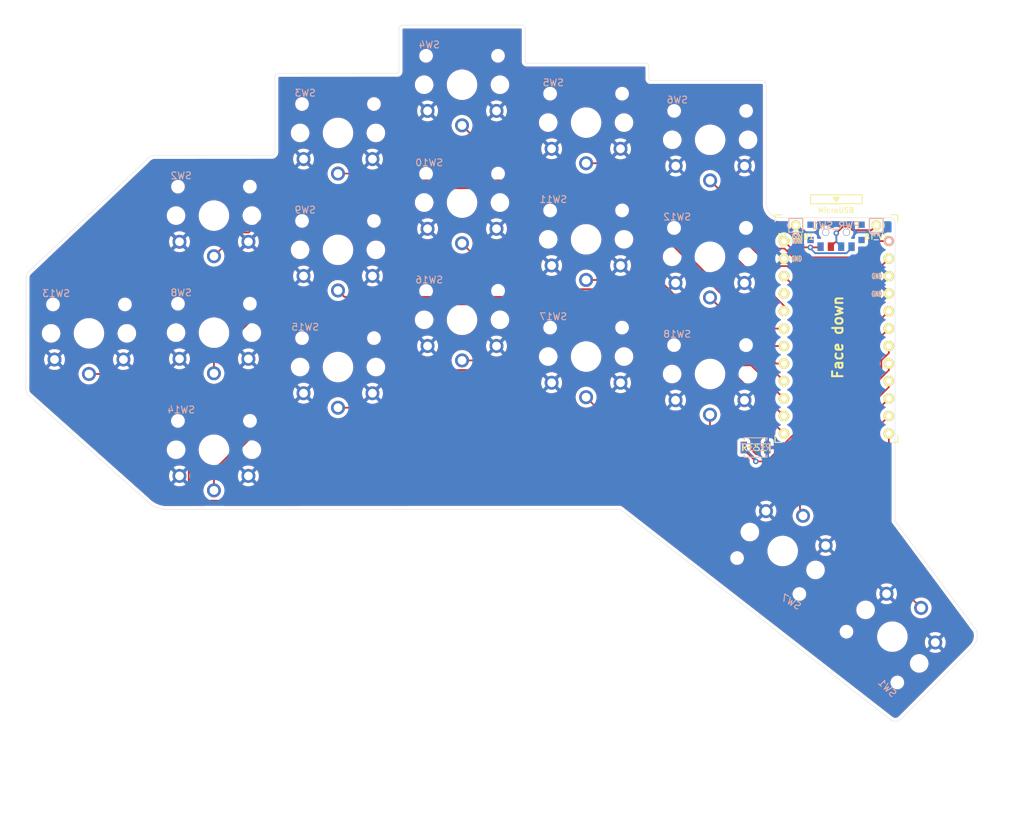
<source format=kicad_pcb>
(kicad_pcb (version 20211014) (generator pcbnew)
  (layers (0 "F.Cu" signal) (31 "B.Cu" signal) (34 "B.Paste" user) (35 "F.Paste" user) (36 "B.SilkS" user "B.Silkscreen") (37 "F.SilkS" user "F.Silkscreen") (38 "B.Mask" user) (39 "F.Mask" user) (44 "Edge.Cuts" user))
  (net 0 "")
  (net 1 "Net-(BT_V1-Pad1)")
  (net 2 "Net-(RSW1-Pad1)")
  (net 3 "GND")
  (net 4 "switch1")
  (net 5 "switch6")
  (net 6 "switch11")
  (net 7 "switch16")
  (net 8 "switch2")
  (net 9 "switch7")
  (net 10 "switch12")
  (net 11 "switch17")
  (net 12 "switch3")
  (net 13 "switch8")
  (net 14 "switch13")
  (net 15 "switch18")
  (net 16 "switch4")
  (net 17 "switch9")
  (net 18 "switch14")
  (net 19 "switch5")
  (net 20 "switch10")
  (net 21 "switch15")
  (net 22 "VCC")
  (net 23 "Net-(PWR_SW1-Pad3)")
  (footprint "kbd:ProMicro_v3_min" (layer "F.Cu") (at 138.117535 67.199212)
    (fp_text reference "U1" hide)
    (fp_text value "ProMicro" hide)
    (fp_text user "RAW" (at -5.64 -14.52 unlocked) (layer "B.SilkS") (effects (font (size 0.75 0.5) (thickness 0.125)) (justify mirror)))
    (fp_text user "GND" (at -5.77 -11.88) (layer "B.SilkS") (effects (font (size 0.75 0.5) (thickness 0.125)) (justify mirror)))
    (fp_text user "" (at -1.2065 -16.256) (layer "B.SilkS") (effects (justify mirror)))
    (fp_text user "GND" (at 5.88 -9.35) (layer "B.SilkS") (effects (font (size 0.75 0.5) (thickness 0.125)) (justify mirror)))
    (fp_text user "GND" (at 5.86 -6.77) (layer "B.SilkS") (effects (font (size 0.75 0.5) (thickness 0.125)) (justify mirror)))
    (fp_text user "GND" (at -5.77 -11.91) (layer "F.SilkS") (effects (font (size 0.75 0.5) (thickness 0.125))))
    (fp_text user "GND" (at 5.86 -6.8) (layer "F.SilkS") (effects (font (size 0.75 0.5) (thickness 0.125))))
    (fp_text user "" (at -0.5 -17.25) (layer "F.SilkS"))
    (fp_text user "GND" (at 5.88 -9.38) (layer "F.SilkS") (effects (font (size 0.75 0.5) (thickness 0.125))))
    (fp_text user "MicroUSB" (at -0.05 -18.95) (layer "F.SilkS") (effects (font (size 0.75 0.75) (thickness 0.12))))
    (fp_text user "RAW" (at -5.646009 -14.477575) (layer "F.SilkS") (effects (font (size 0.75 0.5) (thickness 0.125))))
    (fp_line (start 8.9 14.75) (end 7.89 14.75) (layer "F.SilkS") (width 0.15))
    (fp_line (start 0.5 -20.85) (end 0 -20.2) (layer "F.SilkS") (width 0.15))
    (fp_line (start -8.9 14.75) (end -7.9 14.75) (layer "F.SilkS") (width 0.15))
    (fp_line (start -8.9 -18.3) (end -7.9 -18.3) (layer "F.SilkS") (width 0.15))
    (fp_line (start 3.75 -21.2) (end -3.75 -21.2) (layer "F.SilkS") (width 0.15))
    (fp_line (start -0.15 -20.4) (end 0.15 -20.4) (layer "F.SilkS") (width 0.15))
    (fp_line (start -0.5 -20.85) (end 0.5 -20.85) (layer "F.SilkS") (width 0.15))
    (fp_line (start 8.9 -18.3) (end 8.9 -17.3) (layer "F.SilkS") (width 0.15))
    (fp_line (start 3.75 -19.9) (end 3.75 -21.2) (layer "F.SilkS") (width 0.15))
    (fp_line (start 0 -20.2) (end -0.5 -20.85) (layer "F.SilkS") (width 0.15))
    (fp_line (start -8.9 13.7) (end -8.9 14.75) (layer "F.SilkS") (width 0.15))
    (fp_line (start -3.75 -19.9) (end 3.75 -19.9) (layer "F.SilkS") (width 0.15))
    (fp_line (start -0.25 -20.55) (end 0.25 -20.55) (layer "F.SilkS") (width 0.15))
    (fp_line (start 8.9 13.75) (end 8.9 14.75) (layer "F.SilkS") (width 0.15))
    (fp_line (start 8.9 -18.3) (end 7.95 -18.3) (layer "F.SilkS") (width 0.15))
    (fp_line (start -8.9 -18.3) (end -8.9 -17.3) (layer "F.SilkS") (width 0.15))
    (fp_line (start -0.35 -20.7) (end 0.35 -20.7) (layer "F.SilkS") (width 0.15))
    (fp_line (start -3.75 -21.2) (end -3.75 -19.9) (layer "F.SilkS") (width 0.15))
    (pad "1" thru_hole circle locked (at 7.6114 -14.478) (size 1.524 1.524) (drill 0.8128) (layers *.Cu *.SilkS *.Mask) (net 5 "switch6"))
    (pad "2" thru_hole circle locked (at 7.6114 -11.938) (size 1.524 1.524) (drill 0.8128) (layers *.Cu "F.SilkS" "B.Mask") (net 19 "switch5"))
    (pad "3" thru_hole circle locked (at 7.6114 -9.398) (size 1.524 1.524) (drill 0.8128) (layers *.Cu "F.SilkS" "B.Mask") (net 3 "GND"))
    (pad "4" thru_hole circle locked (at 7.6114 -6.858) (size 1.524 1.524) (drill 0.8128) (layers *.Cu "F.SilkS" "B.Mask") (net 3 "GND"))
    (pad "5" thru_hole circle locked (at 7.6114 -4.318) (size 1.524 1.524) (drill 0.8128) (layers *.Cu "F.SilkS" "B.Mask") (net 15 "switch18"))
    (pad "6" thru_hole circle locked (at 7.6114 -1.778) (size 1.524 1.524) (drill 0.8128) (layers *.Cu "F.SilkS" "B.Mask") (net 11 "switch17"))
    (pad "7" thru_hole circle locked (at 7.6114 0.762) (size 1.524 1.524) (drill 0.8128) (layers *.Cu "F.SilkS" "B.Mask") (net 7 "switch16"))
    (pad "8" thru_hole circle locked (at 7.6114 3.302) (size 1.524 1.524) (drill 0.8128) (layers *.Cu "F.SilkS" "B.Mask") (net 21 "switch15"))
    (pad "9" thru_hole circle locked (at 7.6114 5.842) (size 1.524 1.524) (drill 0.8128) (layers *.Cu "F.SilkS" "B.Mask") (net 18 "switch14"))
    (pad "10" thru_hole circle locked (at 7.6114 8.382) (size 1.524 1.524) (drill 0.8128) (layers *.Cu "F.SilkS" "B.Mask") (net 14 "switch13"))
    (pad "11" thru_hole circle locked (at 7.6114 10.922) (size 1.524 1.524) (drill 0.8128) (layers *.Cu "F.SilkS" "B.Mask") (net 9 "switch7"))
    (pad "12" thru_hole circle locked (at 7.6114 13.462) (size 1.524 1.524) (drill 0.8128) (layers *.Cu "F.SilkS" "B.Mask") (net 4 "switch1"))
    (pad "13" thru_hole circle locked (at -7.6086 13.462) (size 1.524 1.524) (drill 0.8128) (layers *.Cu "F.SilkS" "B.Mask") (net 13 "switch8"))
    (pad "14" thru_hole circle locked (at -7.6086 10.922) (size 1.524 1.524) (drill 0.8128) (layers *.Cu "F.SilkS" "B.Mask") (net 17 "switch9"))
    (pad "15" thru_hole circle locked (at -7.6086 8.382) (size 1.524 1.524) (drill 0.8128) (layers *.Cu "F.SilkS" "B.Mask") (net 20 "switch10"))
    (pad "16" thru_hole circle locked (at -7.6086 5.842) (size 1.524 1.524) (drill 0.8128) (layers *.Cu "F.SilkS" "B.Mask") (net 6 "switch11"))
    (pad "17" thru_hole circle locked (at -7.6086 3.302) (size 1.524 1.524) (drill 0.8128) (layers *.Cu "F.SilkS" "B.Mask") (net 10 "switch12"))
    (pad "18" thru_hole circle locked (at -7.6086 0.762) (size 1.524 1.524) (drill 0.8128) (layers *.Cu "F.SilkS" "B.Mask") (net 8 "switch2"))
    (pad "19" thru_hole circle locked (at -7.6086 -1.778) (size 1.524 1.524) (drill 0.8128) (layers *.Cu "F.SilkS" "B.Mask") (net 12 "switch3"))
    (pad "20" thru_hole circle locked (at -7.6086 -4.318) (size 1.524 1.524) (drill 0.8128) (layers *.Cu "F.SilkS" "B.Mask") (net 16 "switch4"))
    (pad "21" thru_hole circle locked (at -7.6086 -6.858) (size 1.524 1.524) (drill 0.8128) (layers *.Cu "F.SilkS" "B.Mask") (net 22 "VCC"))
    (pad "22" thru_hole circle locked (at -7.6086 -9.398) (size 1.524 1.524) (drill 0.8128) (layers *.Cu "F.SilkS" "B.Mask") (net 2 "Net-(RSW1-Pad1)"))
    (pad "23" thru_hole circle locked (at -7.6086 -11.938) (size 1.524 1.524) (drill 0.8128) (layers *.Cu "F.SilkS" "B.Mask") (net 3 "GND"))
    (pad "24" thru_hole circle locked (at -7.6086 -14.478) (size 1.524 1.524) (drill 0.8128) (layers *.Cu "F.SilkS" "B.Mask") (net 23 "Net-(PWR_SW1-Pad3)"))
  )
  (footprint "Exkeylibur:choc_switch_reversible" (layer "F.Cu") (at 83.795535 64.151212)
    (fp_text reference "SW16" hide)
    (fp_text value "SW_Push" hide)
    (fp_text user "${REFERENCE}" (at -4.76 -5.8) (layer "B.SilkS") (effects (justify mirror)))
    (pad "" np_thru_hole circle (at 0 0) (size 3.429 3.429) (drill 3.429) (layers *.Cu *.Mask))
    (pad "" np_thru_hole circle (at 5.22 -4.2) (size 0.9906 0.9906) (drill 0.9906) (layers *.Cu *.Mask))
    (pad "" np_thru_hole circle (at 5.5 0) (size 1.7018 1.7018) (drill 1.7018) (layers *.Cu *.Mask))
    (pad "" np_thru_hole circle (at -5.22 -4.2) (size 0.9906 0.9906) (drill 0.9906) (layers *.Cu *.Mask))
    (pad "" np_thru_hole circle (at -5.5 0) (size 1.7018 1.7018) (drill 1.7018) (layers *.Cu *.Mask))
    (pad "1" thru_hole circle (at 0 5.9) (size 2.032 2.032) (drill 1.27) (layers *.Cu *.Mask) (net 7 "switch16"))
    (pad "2" thru_hole circle (at 5 3.8) (size 2.032 2.032) (drill 1.27) (layers *.Cu *.Mask) (net 3 "GND"))
    (pad "2" thru_hole circle (at -5 3.8) (size 2.032 2.032) (drill 1.27) (layers *.Cu *.Mask) (net 3 "GND"))
  )
  (footprint "Exkeylibur:choc_switch_reversible" (layer "F.Cu") (at 130.325535 97.717212 150)
    (fp_text reference "SW7" hide)
    (fp_text value "SW_Push" hide)
    (fp_text user "${REFERENCE}" (at -4.76 -5.8 150) (layer "B.SilkS") (effects (justify mirror)))
    (pad "" np_thru_hole circle (at -5.22 -4.2 150) (size 0.9906 0.9906) (drill 0.9906) (layers *.Cu *.Mask))
    (pad "" np_thru_hole circle (at 0 0 150) (size 3.429 3.429) (drill 3.429) (layers *.Cu *.Mask))
    (pad "" np_thru_hole circle (at -5.5 0 150) (size 1.7018 1.7018) (drill 1.7018) (layers *.Cu *.Mask))
    (pad "" np_thru_hole circle (at 5.5 0 150) (size 1.7018 1.7018) (drill 1.7018) (layers *.Cu *.Mask))
    (pad "" np_thru_hole circle (at 5.22 -4.2 150) (size 0.9906 0.9906) (drill 0.9906) (layers *.Cu *.Mask))
    (pad "1" thru_hole circle (at 0 5.9 150) (size 2.032 2.032) (drill 1.27) (layers *.Cu *.Mask) (net 9 "switch7"))
    (pad "2" thru_hole circle (at -5 3.8 150) (size 2.032 2.032) (drill 1.27) (layers *.Cu *.Mask) (net 3 "GND"))
    (pad "2" thru_hole circle (at 5 3.8 150) (size 2.032 2.032) (drill 1.27) (layers *.Cu *.Mask) (net 3 "GND"))
  )
  (footprint "Exkeylibur:choc_switch_reversible" (layer "F.Cu") (at 65.795535 71.009212)
    (fp_text reference "SW15" hide)
    (fp_text value "SW_Push" hide)
    (fp_text user "${REFERENCE}" (at -4.76 -5.8) (layer "B.SilkS") (effects (justify mirror)))
    (pad "" np_thru_hole circle (at 5.22 -4.2) (size 0.9906 0.9906) (drill 0.9906) (layers *.Cu *.Mask))
    (pad "" np_thru_hole circle (at -5.22 -4.2) (size 0.9906 0.9906) (drill 0.9906) (layers *.Cu *.Mask))
    (pad "" np_thru_hole circle (at 0 0) (size 3.429 3.429) (drill 3.429) (layers *.Cu *.Mask))
    (pad "" np_thru_hole circle (at -5.5 0) (size 1.7018 1.7018) (drill 1.7018) (layers *.Cu *.Mask))
    (pad "" np_thru_hole circle (at 5.5 0) (size 1.7018 1.7018) (drill 1.7018) (layers *.Cu *.Mask))
    (pad "1" thru_hole circle (at 0 5.9) (size 2.032 2.032) (drill 1.27) (layers *.Cu *.Mask) (net 21 "switch15"))
    (pad "2" thru_hole circle (at 5 3.8) (size 2.032 2.032) (drill 1.27) (layers *.Cu *.Mask) (net 3 "GND"))
    (pad "2" thru_hole circle (at -5 3.8) (size 2.032 2.032) (drill 1.27) (layers *.Cu *.Mask) (net 3 "GND"))
  )
  (footprint "Exkeylibur:choc_switch_reversible" (layer "F.Cu") (at 29.660425 66.116425)
    (fp_text reference "SW13" hide)
    (fp_text value "SW_Push" hide)
    (fp_text user "${REFERENCE}" (at -4.76 -5.8) (layer "B.SilkS") (effects (justify mirror)))
    (pad "" np_thru_hole circle (at -5.22 -4.2) (size 0.9906 0.9906) (drill 0.9906) (layers *.Cu *.Mask))
    (pad "" np_thru_hole circle (at 5.5 0) (size 1.7018 1.7018) (drill 1.7018) (layers *.Cu *.Mask))
    (pad "" np_thru_hole circle (at 5.22 -4.2) (size 0.9906 0.9906) (drill 0.9906) (layers *.Cu *.Mask))
    (pad "" np_thru_hole circle (at -5.5 0) (size 1.7018 1.7018) (drill 1.7018) (layers *.Cu *.Mask))
    (pad "" np_thru_hole circle (at 0 0) (size 3.429 3.429) (drill 3.429) (layers *.Cu *.Mask))
    (pad "1" thru_hole circle (at 0 5.9) (size 2.032 2.032) (drill 1.27) (layers *.Cu *.Mask) (net 14 "switch13"))
    (pad "2" thru_hole circle (at -5 3.8) (size 2.032 2.032) (drill 1.27) (layers *.Cu *.Mask) (net 3 "GND"))
    (pad "2" thru_hole circle (at 5 3.8) (size 2.032 2.032) (drill 1.27) (layers *.Cu *.Mask) (net 3 "GND"))
  )
  (footprint "Exkeylibur:choc_switch_reversible" (layer "F.Cu") (at 101.795535 69.485212)
    (fp_text reference "SW17" hide)
    (fp_text value "SW_Push" hide)
    (fp_text user "${REFERENCE}" (at -4.76 -5.8) (layer "B.SilkS") (effects (justify mirror)))
    (pad "" np_thru_hole circle (at -5.5 0) (size 1.7018 1.7018) (drill 1.7018) (layers *.Cu *.Mask))
    (pad "" np_thru_hole circle (at -5.22 -4.2) (size 0.9906 0.9906) (drill 0.9906) (layers *.Cu *.Mask))
    (pad "" np_thru_hole circle (at 0 0) (size 3.429 3.429) (drill 3.429) (layers *.Cu *.Mask))
    (pad "" np_thru_hole circle (at 5.5 0) (size 1.7018 1.7018) (drill 1.7018) (layers *.Cu *.Mask))
    (pad "" np_thru_hole circle (at 5.22 -4.2) (size 0.9906 0.9906) (drill 0.9906) (layers *.Cu *.Mask))
    (pad "1" thru_hole circle (at 0 5.9) (size 2.032 2.032) (drill 1.27) (layers *.Cu *.Mask) (net 11 "switch17"))
    (pad "2" thru_hole circle (at -5 3.8) (size 2.032 2.032) (drill 1.27) (layers *.Cu *.Mask) (net 3 "GND"))
    (pad "2" thru_hole circle (at 5 3.8) (size 2.032 2.032) (drill 1.27) (layers *.Cu *.Mask) (net 3 "GND"))
  )
  (footprint "Exkeylibur:choc_switch_reversible" (layer "F.Cu") (at 119.775535 72.025212)
    (fp_text reference "SW18" hide)
    (fp_text value "SW_Push" hide)
    (fp_text user "${REFERENCE}" (at -4.76 -5.8) (layer "B.SilkS") (effects (justify mirror)))
    (pad "" np_thru_hole circle (at 0 0) (size 3.429 3.429) (drill 3.429) (layers *.Cu *.Mask))
    (pad "" np_thru_hole circle (at 5.22 -4.2) (size 0.9906 0.9906) (drill 0.9906) (layers *.Cu *.Mask))
    (pad "" np_thru_hole circle (at -5.5 0) (size 1.7018 1.7018) (drill 1.7018) (layers *.Cu *.Mask))
    (pad "" np_thru_hole circle (at 5.5 0) (size 1.7018 1.7018) (drill 1.7018) (layers *.Cu *.Mask))
    (pad "" np_thru_hole circle (at -5.22 -4.2) (size 0.9906 0.9906) (drill 0.9906) (layers *.Cu *.Mask))
    (pad "1" thru_hole circle (at 0 5.9) (size 2.032 2.032) (drill 1.27) (layers *.Cu *.Mask) (net 15 "switch18"))
    (pad "2" thru_hole circle (at -5 3.8) (size 2.032 2.032) (drill 1.27) (layers *.Cu *.Mask) (net 3 "GND"))
    (pad "2" thru_hole circle (at 5 3.8) (size 2.032 2.032) (drill 1.27) (layers *.Cu *.Mask) (net 3 "GND"))
  )
  (footprint "Exkeylibur:choc_switch_reversible" (layer "F.Cu") (at 83.795535 30.017212)
    (fp_text reference "SW4" hide)
    (fp_text value "SW_Push" hide)
    (fp_text user "${REFERENCE}" (at -4.76 -5.8) (layer "B.SilkS") (effects (justify mirror)))
    (pad "" np_thru_hole circle (at 0 0) (size 3.429 3.429) (drill 3.429) (layers *.Cu *.Mask))
    (pad "" np_thru_hole circle (at -5.22 -4.2) (size 0.9906 0.9906) (drill 0.9906) (layers *.Cu *.Mask))
    (pad "" np_thru_hole circle (at 5.5 0) (size 1.7018 1.7018) (drill 1.7018) (layers *.Cu *.Mask))
    (pad "" np_thru_hole circle (at -5.5 0) (size 1.7018 1.7018) (drill 1.7018) (layers *.Cu *.Mask))
    (pad "" np_thru_hole circle (at 5.22 -4.2) (size 0.9906 0.9906) (drill 0.9906) (layers *.Cu *.Mask))
    (pad "1" thru_hole circle (at 0 5.9) (size 2.032 2.032) (drill 1.27) (layers *.Cu *.Mask) (net 16 "switch4"))
    (pad "2" thru_hole circle (at 5 3.8) (size 2.032 2.032) (drill 1.27) (layers *.Cu *.Mask) (net 3 "GND"))
    (pad "2" thru_hole circle (at -5 3.8) (size 2.032 2.032) (drill 1.27) (layers *.Cu *.Mask) (net 3 "GND"))
  )
  (footprint "Exkeylibur:choc_switch_reversible" (layer "F.Cu") (at 65.795535 37.017212)
    (fp_text reference "SW3" hide)
    (fp_text value "SW_Push" hide)
    (fp_text user "${REFERENCE}" (at -4.76 -5.8) (layer "B.SilkS") (effects (justify mirror)))
    (pad "" np_thru_hole circle (at -5.22 -4.2) (size 0.9906 0.9906) (drill 0.9906) (layers *.Cu *.Mask))
    (pad "" np_thru_hole circle (at 5.22 -4.2) (size 0.9906 0.9906) (drill 0.9906) (layers *.Cu *.Mask))
    (pad "" np_thru_hole circle (at 5.5 0) (size 1.7018 1.7018) (drill 1.7018) (layers *.Cu *.Mask))
    (pad "" np_thru_hole circle (at 0 0) (size 3.429 3.429) (drill 3.429) (layers *.Cu *.Mask))
    (pad "" np_thru_hole circle (at -5.5 0) (size 1.7018 1.7018) (drill 1.7018) (layers *.Cu *.Mask))
    (pad "1" thru_hole circle (at 0 5.9) (size 2.032 2.032) (drill 1.27) (layers *.Cu *.Mask) (net 12 "switch3"))
    (pad "2" thru_hole circle (at 5 3.8) (size 2.032 2.032) (drill 1.27) (layers *.Cu *.Mask) (net 3 "GND"))
    (pad "2" thru_hole circle (at -5 3.8) (size 2.032 2.032) (drill 1.27) (layers *.Cu *.Mask) (net 3 "GND"))
  )
  (footprint "Exkeylibur:choc_switch_reversible" (layer "F.Cu") (at 65.795535 53.991212)
    (fp_text reference "SW9" hide)
    (fp_text value "SW_Push" hide)
    (fp_text user "${REFERENCE}" (at -4.76 -5.8) (layer "B.SilkS") (effects (justify mirror)))
    (pad "" np_thru_hole circle (at 0 0) (size 3.429 3.429) (drill 3.429) (layers *.Cu *.Mask))
    (pad "" np_thru_hole circle (at 5.22 -4.2) (size 0.9906 0.9906) (drill 0.9906) (layers *.Cu *.Mask))
    (pad "" np_thru_hole circle (at 5.5 0) (size 1.7018 1.7018) (drill 1.7018) (layers *.Cu *.Mask))
    (pad "" np_thru_hole circle (at -5.5 0) (size 1.7018 1.7018) (drill 1.7018) (layers *.Cu *.Mask))
    (pad "" np_thru_hole circle (at -5.22 -4.2) (size 0.9906 0.9906) (drill 0.9906) (layers *.Cu *.Mask))
    (pad "1" thru_hole circle (at 0 5.9) (size 2.032 2.032) (drill 1.27) (layers *.Cu *.Mask) (net 17 "switch9"))
    (pad "2" thru_hole circle (at -5 3.8) (size 2.032 2.032) (drill 1.27) (layers *.Cu *.Mask) (net 3 "GND"))
    (pad "2" thru_hole circle (at 5 3.8) (size 2.032 2.032) (drill 1.27) (layers *.Cu *.Mask) (net 3 "GND"))
  )
  (footprint "Exkeylibur:choc_switch_reversible" (layer "F.Cu") (at 47.795535 83.017212)
    (fp_text reference "SW14" hide)
    (fp_text value "SW_Push" hide)
    (fp_text user "${REFERENCE}" (at -4.76 -5.8) (layer "B.SilkS") (effects (justify mirror)))
    (pad "" np_thru_hole circle (at 0 0) (size 3.429 3.429) (drill 3.429) (layers *.Cu *.Mask))
    (pad "" np_thru_hole circle (at 5.5 0) (size 1.7018 1.7018) (drill 1.7018) (layers *.Cu *.Mask))
    (pad "" np_thru_hole circle (at -5.5 0) (size 1.7018 1.7018) (drill 1.7018) (layers *.Cu *.Mask))
    (pad "" np_thru_hole circle (at -5.22 -4.2) (size 0.9906 0.9906) (drill 0.9906) (layers *.Cu *.Mask))
    (pad "" np_thru_hole circle (at 5.22 -4.2) (size 0.9906 0.9906) (drill 0.9906) (layers *.Cu *.Mask))
    (pad "1" thru_hole circle (at 0 5.9) (size 2.032 2.032) (drill 1.27) (layers *.Cu *.Mask) (net 18 "switch14"))
    (pad "2" thru_hole circle (at 5 3.8) (size 2.032 2.032) (drill 1.27) (layers *.Cu *.Mask) (net 3 "GND"))
    (pad "2" thru_hole circle (at -5 3.8) (size 2.032 2.032) (drill 1.27) (layers *.Cu *.Mask) (net 3 "GND"))
  )
  (footprint "Exkeylibur:choc_switch_reversible" (layer "F.Cu") (at 119.775535 55.007212)
    (fp_text reference "SW12" hide)
    (fp_text value "SW_Push" hide)
    (fp_text user "${REFERENCE}" (at -4.76 -5.8) (layer "B.SilkS") (effects (justify mirror)))
    (pad "" np_thru_hole circle (at 0 0) (size 3.429 3.429) (drill 3.429) (layers *.Cu *.Mask))
    (pad "" np_thru_hole circle (at 5.5 0) (size 1.7018 1.7018) (drill 1.7018) (layers *.Cu *.Mask))
    (pad "" np_thru_hole circle (at -5.5 0) (size 1.7018 1.7018) (drill 1.7018) (layers *.Cu *.Mask))
    (pad "" np_thru_hole circle (at 5.22 -4.2) (size 0.9906 0.9906) (drill 0.9906) (layers *.Cu *.Mask))
    (pad "" np_thru_hole circle (at -5.22 -4.2) (size 0.9906 0.9906) (drill 0.9906) (layers *.Cu *.Mask))
    (pad "1" thru_hole circle (at 0 5.9) (size 2.032 2.032) (drill 1.27) (layers *.Cu *.Mask) (net 10 "switch12"))
    (pad "2" thru_hole circle (at 5 3.8) (size 2.032 2.032) (drill 1.27) (layers *.Cu *.Mask) (net 3 "GND"))
    (pad "2" thru_hole circle (at -5 3.8) (size 2.032 2.032) (drill 1.27) (layers *.Cu *.Mask) (net 3 "GND"))
  )
  (footprint "Exkeylibur:choc_switch_reversible" (layer "F.Cu") (at 101.795535 52.467212)
    (fp_text reference "SW11" hide)
    (fp_text value "SW_Push" hide)
    (fp_text user "${REFERENCE}" (at -4.76 -5.8) (layer "B.SilkS") (effects (justify mirror)))
    (pad "" np_thru_hole circle (at -5.5 0) (size 1.7018 1.7018) (drill 1.7018) (layers *.Cu *.Mask))
    (pad "" np_thru_hole circle (at 0 0) (size 3.429 3.429) (drill 3.429) (layers *.Cu *.Mask))
    (pad "" np_thru_hole circle (at 5.22 -4.2) (size 0.9906 0.9906) (drill 0.9906) (layers *.Cu *.Mask))
    (pad "" np_thru_hole circle (at -5.22 -4.2) (size 0.9906 0.9906) (drill 0.9906) (layers *.Cu *.Mask))
    (pad "" np_thru_hole circle (at 5.5 0) (size 1.7018 1.7018) (drill 1.7018) (layers *.Cu *.Mask))
    (pad "1" thru_hole circle (at 0 5.9) (size 2.032 2.032) (drill 1.27) (layers *.Cu *.Mask) (net 6 "switch11"))
    (pad "2" thru_hole circle (at -5 3.8) (size 2.032 2.032) (drill 1.27) (layers *.Cu *.Mask) (net 3 "GND"))
    (pad "2" thru_hole circle (at 5 3.8) (size 2.032 2.032) (drill 1.27) (layers *.Cu *.Mask) (net 3 "GND"))
  )
  (footprint "Exkeylibur:choc_switch_reversible" (layer "F.Cu") (at 47.795535 66.017212)
    (fp_text reference "SW8" hide)
    (fp_text value "SW_Push" hide)
    (fp_text user "${REFERENCE}" (at -4.76 -5.8) (layer "B.SilkS") (effects (justify mirror)))
    (pad "" np_thru_hole circle (at -5.5 0) (size 1.7018 1.7018) (drill 1.7018) (layers *.Cu *.Mask))
    (pad "" np_thru_hole circle (at -5.22 -4.2) (size 0.9906 0.9906) (drill 0.9906) (layers *.Cu *.Mask))
    (pad "" np_thru_hole circle (at 5.5 0) (size 1.7018 1.7018) (drill 1.7018) (layers *.Cu *.Mask))
    (pad "" np_thru_hole circle (at 0 0) (size 3.429 3.429) (drill 3.429) (layers *.Cu *.Mask))
    (pad "" np_thru_hole circle (at 5.22 -4.2) (size 0.9906 0.9906) (drill 0.9906) (layers *.Cu *.Mask))
    (pad "1" thru_hole circle (at 0 5.9) (size 2.032 2.032) (drill 1.27) (layers *.Cu *.Mask) (net 13 "switch8"))
    (pad "2" thru_hole circle (at -5 3.8) (size 2.032 2.032) (drill 1.27) (layers *.Cu *.Mask) (net 3 "GND"))
    (pad "2" thru_hole circle (at 5 3.8) (size 2.032 2.032) (drill 1.27) (layers *.Cu *.Mask) (net 3 "GND"))
  )
  (footprint "Exkeylibur:choc_switch_reversible" (layer "F.Cu") (at 119.795535 38.017212)
    (fp_text reference "SW6" hide)
    (fp_text value "SW_Push" hide)
    (fp_text user "${REFERENCE}" (at -4.76 -5.8) (layer "B.SilkS") (effects (justify mirror)))
    (pad "" np_thru_hole circle (at 5.22 -4.2) (size 0.9906 0.9906) (drill 0.9906) (layers *.Cu *.Mask))
    (pad "" np_thru_hole circle (at -5.22 -4.2) (size 0.9906 0.9906) (drill 0.9906) (layers *.Cu *.Mask))
    (pad "" np_thru_hole circle (at 0 0) (size 3.429 3.429) (drill 3.429) (layers *.Cu *.Mask))
    (pad "" np_thru_hole circle (at 5.5 0) (size 1.7018 1.7018) (drill 1.7018) (layers *.Cu *.Mask))
    (pad "" np_thru_hole circle (at -5.5 0) (size 1.7018 1.7018) (drill 1.7018) (layers *.Cu *.Mask))
    (pad "1" thru_hole circle (at 0 5.9) (size 2.032 2.032) (drill 1.27) (layers *.Cu *.Mask) (net 5 "switch6"))
    (pad "2" thru_hole circle (at 5 3.8) (size 2.032 2.032) (drill 1.27) (layers *.Cu *.Mask) (net 3 "GND"))
    (pad "2" thru_hole circle (at -5 3.8) (size 2.032 2.032) (drill 1.27) (layers *.Cu *.Mask) (net 3 "GND"))
  )
  (footprint "Exkeylibur:choc_switch_reversible" (layer "F.Cu") (at 101.795535 35.517212)
    (fp_text reference "SW5" hide)
    (fp_text value "SW_Push" hide)
    (fp_text user "${REFERENCE}" (at -4.76 -5.8) (layer "B.SilkS") (effects (justify mirror)))
    (pad "" np_thru_hole circle (at -5.5 0) (size 1.7018 1.7018) (drill 1.7018) (layers *.Cu *.Mask))
    (pad "" np_thru_hole circle (at 5.22 -4.2) (size 0.9906 0.9906) (drill 0.9906) (layers *.Cu *.Mask))
    (pad "" np_thru_hole circle (at -5.22 -4.2) (size 0.9906 0.9906) (drill 0.9906) (layers *.Cu *.Mask))
    (pad "" np_thru_hole circle (at 5.5 0) (size 1.7018 1.7018) (drill 1.7018) (layers *.Cu *.Mask))
    (pad "" np_thru_hole circle (at 0 0) (size 3.429 3.429) (drill 3.429) (layers *.Cu *.Mask))
    (pad "1" thru_hole circle (at 0 5.9) (size 2.032 2.032) (drill 1.27) (layers *.Cu *.Mask) (net 19 "switch5"))
    (pad "2" thru_hole circle (at -5 3.8) (size 2.032 2.032) (drill 1.27) (layers *.Cu *.Mask) (net 3 "GND"))
    (pad "2" thru_hole circle (at 5 3.8) (size 2.032 2.032) (drill 1.27) (layers *.Cu *.Mask) (net 3 "GND"))
  )
  (footprint "Exkeylibur:choc_switch_reversible" (layer "F.Cu") (at 47.795535 49.017212)
    (fp_text reference "SW2" hide)
    (fp_text value "SW_Push" hide)
    (fp_text user "${REFERENCE}" (at -4.76 -5.8) (layer "B.SilkS") (effects (justify mirror)))
    (pad "" np_thru_hole circle (at 5.5 0) (size 1.7018 1.7018) (drill 1.7018) (layers *.Cu *.Mask))
    (pad "" np_thru_hole circle (at -5.22 -4.2) (size 0.9906 0.9906) (drill 0.9906) (layers *.Cu *.Mask))
    (pad "" np_thru_hole circle (at -5.5 0) (size 1.7018 1.7018) (drill 1.7018) (layers *.Cu *.Mask))
    (pad "" np_thru_hole circle (at 0 0) (size 3.429 3.429) (drill 3.429) (layers *.Cu *.Mask))
    (pad "" np_thru_hole circle (at 5.22 -4.2) (size 0.9906 0.9906) (drill 0.9906) (layers *.Cu *.Mask))
    (pad "1" thru_hole circle (at 0 5.9) (size 2.032 2.032) (drill 1.27) (layers *.Cu *.Mask) (net 8 "switch2"))
    (pad "2" thru_hole circle (at -5 3.8) (size 2.032 2.032) (drill 1.27) (layers *.Cu *.Mask) (net 3 "GND"))
    (pad "2" thru_hole circle (at 5 3.8) (size 2.032 2.032) (drill 1.27) (layers *.Cu *.Mask) (net 3 "GND"))
  )
  (footprint "Exkeylibur:reset_switch" (layer "F.Cu") (at 126.379535 82.693212)
    (fp_text reference "RSW1" hide)
    (fp_text value "SW_Push")
    (fp_text user "RESET" (at 0.127 0) (layer "B.SilkS") (effects (justify mirror)))
    (fp_line (start -1.65 -1.4) (end 1.65 -1.4) (layer "F.SilkS") (width 0.12))
    (fp_line (start -1.65 1.1) (end -1.65 1.4) (layer "F.SilkS") (width 0.12))
    (fp_line (start 1.65 -1.4) (end 1.65 -1.1) (layer "F.SilkS") (width 0.12))
    (fp_line (start 1.65 1.4) (end 1.65 1.1) (layer "F.SilkS") (width 0.12))
    (fp_line (start -1.65 1.4) (end 1.65 1.4) (layer "F.SilkS") (width 0.12))
    (fp_line (start -1.65 -1.1) (end -1.65 -1.4) (layer "F.SilkS") (width 0.12))
    (pad "1" smd rect (at -1.7 0) (size 0.9 1.7) (layers "F.Cu" "F.Paste" "F.Mask") (net 2 "Net-(RSW1-Pad1)"))
    (pad "2" smd rect (at 1.7 0) (size 0.9 1.7) (layers "F.Cu" "F.Paste" "F.Mask") (net 3 "GND"))
  )
  (footprint "Exkeylibur:choc_switch_reversible" (layer "F.Cu") (at 83.795535 47.133212)
    (fp_text reference "SW10" hide)
    (fp_text value "SW_Push" hide)
    (fp_text user "${REFERENCE}" (at -4.76 -5.8) (layer "B.SilkS") (effects (justify mirror)))
    (pad "" np_thru_hole circle (at 5.22 -4.2) (size 0.9906 0.9906) (drill 0.9906) (layers *.Cu *.Mask))
    (pad "" np_thru_hole circle (at 0 0) (size 3.429 3.429) (drill 3.429) (layers *.Cu *.Mask))
    (pad "" np_thru_hole circle (at -5.22 -4.2) (size 0.9906 0.9906) (drill 0.9906) (layers *.Cu *.Mask))
    (pad "" np_thru_hole circle (at -5.5 0) (size 1.7018 1.7018) (drill 1.7018) (layers *.Cu *.Mask))
    (pad "" np_thru_hole circle (at 5.5 0) (size 1.7018 1.7018) (drill 1.7018) (layers *.Cu *.Mask))
    (pad "1" thru_hole circle (at 0 5.9) (size 2.032 2.032) (drill 1.27) (layers *.Cu *.Mask) (net 20 "switch10"))
    (pad "2" thru_hole circle (at 5 3.8) (size 2.032 2.032) (drill 1.27) (layers *.Cu *.Mask) (net 3 "GND"))
    (pad "2" thru_hole circle (at -5 3.8) (size 2.032 2.032) (drill 1.27) (layers *.Cu *.Mask) (net 3 "GND"))
  )
  (footprint "Exkeylibur:Bat_MountingHole" (layer "F.Cu") (at 143.905535 50.435212)
    (fp_text reference "BT_V1" (at 0 1.651) (layer "F.SilkS") (effects (font (size 0.8128 0.8128))))
    (fp_text value "MountingHole_Pad" hide)
    (fp_text user "**" (at 0 1.651) (layer "B.SilkS") (effects (font (size 0.8128 0.8128)) (justify mirror)))
    (fp_line (start 1 1) (end -1 1) (layer "B.SilkS") (width 0.15))
    (fp_line (start 1 -1) (end 1 1) (layer "B.SilkS") (width 0.15))
    (fp_line (start -1 -1) (end 1 -1) (layer "B.SilkS") (width 0.15))
    (fp_line (start -1 1) (end -1 -1) (layer "B.SilkS") (width 0.15))
    (fp_line (start 1 -1) (end -1 -1) (layer "F.SilkS") (width 0.15))
    (fp_line (start -1 1) (end 1 1) (layer "F.SilkS") (width 0.15))
    (fp_line (start -1 -1) (end -1 1) (layer "F.SilkS") (width 0.15))
    (fp_line (start 1 1) (end 1 -1) (layer "F.SilkS") (width 0.15))
    (pad "1" thru_hole circle (at 0 0) (size 1.397 1.397) (drill 0.8128) (layers *.Cu *.Mask "F.SilkS") (net 1 "Net-(BT_V1-Pad1)"))
  )
  (footprint "Exkeylibur:bat_gnd_mountingHole" (layer "F.Cu") (at 132.221535 50.435212)
    (fp_text reference "BT_GND1" (at 0 1.651) (layer "F.SilkS") (effects (font (size 0.8128 0.8128))))
    (fp_text value "MountingHole_Pad" hide)
    (fp_text user "**" (at 0 1.651) (layer "B.SilkS") (effects (font (size 0.8128 0.8128)) (justify mirror)))
    (fp_line (start 1 1) (end -1 1) (layer "B.SilkS") (width 0.15))
    (fp_line (start -1 -1) (end 1 -1) (layer "B.SilkS") (width 0.15))
    (fp_line (start 1 -1) (end 1 1) (layer "B.SilkS") (width 0.15))
    (fp_line (start -1 1) (end -1 -1) (layer "B.SilkS") (width 0.15))
    (fp_line (start 1 -1) (end -1 -1) (layer "F.SilkS") (width 0.15))
    (fp_line (start -1 1) (end 1 1) (layer "F.SilkS") (width 0.15))
    (fp_line (start 1 1) (end 1 -1) (layer "F.SilkS") (width 0.15))
    (fp_line (start -1 -1) (end -1 1) (layer "F.SilkS") (width 0.15))
    (pad "1" thru_hole circle (at 0 0) (size 1.397 1.397) (drill 0.8128) (layers *.Cu *.Mask "F.SilkS") (net 3 "GND"))
  )
  (footprint "Kailh:SPDT_C128955" (layer "F.Cu") (at 138.066802 51.454137)
    (fp_text reference "PWR_SW1" (at 0 -1) (layer "F.SilkS") (effects (justify mirror)))
    (fp_text value "SW_SPDT")
    (pad "" np_thru_hole circle locked (at 1.5 0) (size 1 1) (drill 0.9) (layers *.Cu *.Mask))
    (pad "" np_thru_hole circle locked (at -1.5 0) (size 1 1) (drill 0.9) (layers *.Cu *.Mask))
    (pad "0" smd rect locked (at 3.7 1.1) (size 0.9 0.9) (layers "F.Cu" "F.Paste" "F.Mask"))
    (pad "0" smd rect locked (at -3.7 1.1) (size 0.9 0.9) (layers "F.Cu" "F.Paste" "F.Mask"))
    (pad "0" smd rect locked (at 3.7 -1.1) (size 0.9 0.9) (layers "F.Cu" "F.Paste" "F.Mask"))
    (pad "0" smd rect locked (at -3.7 -1.1) (size 0.9 0.9) (layers "F.Cu" "F.Paste" "F.Mask"))
    (pad "1" smd rect locked (at 2.25 2.075) (size 0.9 1.25) (layers "F.Cu" "F.Paste" "F.Mask"))
    (pad "2" smd rect locked (at -0.75 2.075) (size 0.9 1.25) (layers "F.Cu" "F.Paste" "F.Mask") (net 1 "Net-(BT_V1-Pad1)"))
    (pad "3" smd rect locked (at -2.25 2.075) (size 0.9 1.25) (layers "F.Cu" "F.Paste" "F.Mask") (net 23 "Net-(PWR_SW1-Pad3)"))
  )
  (footprint "Exkeylibur:choc_switch_reversible" (layer "F.Cu") (at 146.239535 110.151637 135)
    (fp_text reference "SW1" hide)
    (fp_text value "SW_Push" hide)
    (fp_text user "${REFERENCE}" (at -4.76 -5.8 135) (layer "B.SilkS") (effects (justify mirror)))
    (pad "" np_thru_hole circle (at -5.5 0 135) (size 1.7018 1.7018) (drill 1.7018) (layers *.Cu *.Mask))
    (pad "" np_thru_hole circle (at 5.22 -4.2 135) (size 0.9906 0.9906) (drill 0.9906) (layers *.Cu *.Mask))
    (pad "" np_thru_hole circle (at 5.5 0 135) (size 1.7018 1.7018) (drill 1.7018) (layers *.Cu *.Mask))
    (pad "" np_thru_hole circle (at -5.22 -4.2 135) (size 0.9906 0.9906) (drill 0.9906) (layers *.Cu *.Mask))
    (pad "" np_thru_hole circle (at 0 0 135) (size 3.429 3.429) (drill 3.429) (layers *.Cu *.Mask))
    (pad "1" thru_hole circle (at 0 5.9 135) (size 2.032 2.032) (drill 1.27) (layers *.Cu *.Mask) (net 4 "switch1"))
    (pad "2" thru_hole circle (at -5 3.8 135) (size 2.032 2.032) (drill 1.27) (layers *.Cu *.Mask) (net 3 "GND"))
    (pad "2" thru_hole circle (at 5 3.8 135) (size 2.032 2.032) (drill 1.27) (layers *.Cu *.Mask) (net 3 "GND"))
  )
  (footprint "Kailh:SPDT_C128955" (layer "B.Cu") (at 138.063535 51.451212 180)
    (fp_text reference "PWR_SW1" (at 0 1) (layer "B.SilkS") (effects (justify mirror)))
    (fp_text value "SW_SPDT")
    (pad "" np_thru_hole circle locked (at -1.5 0 180) (size 1 1) (drill 0.9) (layers *.Cu *.Mask))
    (pad "" np_thru_hole circle locked (at 1.5 0 180) (size 1 1) (drill 0.9) (layers *.Cu *.Mask))
    (pad "0" smd rect locked (at -3.7 -1.1 180) (size 0.9 0.9) (layers "B.Cu" "B.Paste" "B.Mask"))
    (pad "0" smd rect locked (at 3.7 1.1 180) (size 0.9 0.9) (layers "B.Cu" "B.Paste" "B.Mask"))
    (pad "0" smd rect locked (at -3.7 1.1 180) (size 0.9 0.9) (layers "B.Cu" "B.Paste" "B.Mask"))
    (pad "0" smd rect locked (at 3.7 -1.1 180) (size 0.9 0.9) (layers "B.Cu" "B.Paste" "B.Mask"))
    (pad "1" smd rect locked (at 2.25 -2.075 180) (size 0.9 1.25) (layers "B.Cu" "B.Paste" "B.Mask"))
    (pad "2" smd rect locked (at -0.75 -2.075 180) (size 0.9 1.25) (layers "B.Cu" "B.Paste" "B.Mask") (net 1 "Net-(BT_V1-Pad1)"))
    (pad "3" smd rect locked (at -2.25 -2.075 180) (size 0.9 1.25) (layers "B.Cu" "B.Paste" "B.Mask") (net 23 "Net-(PWR_SW1-Pad3)"))
  )
  (footprint "Exkeylibur:reset_switch" (layer "B.Cu") (at 126.386802 82.691637)
    (fp_text reference "RSW1" hide)
    (fp_text value "SW_Push")
    (fp_text user "RESET" (at 0.127 0 180) (layer "F.SilkS"))
    (fp_line (start -1.65 -1.4) (end 1.65 -1.4) (layer "B.SilkS") (width 0.12))
    (fp_line (start 1.65 1.4) (end 1.65 1.1) (layer "B.SilkS") (width 0.12))
    (fp_line (start 1.65 -1.4) (end 1.65 -1.1) (layer "B.SilkS") (width 0.12))
    (fp_line (start -1.65 1.1) (end -1.65 1.4) (layer "B.SilkS") (width 0.12))
    (fp_line (start -1.65 -1.1) (end -1.65 -1.4) (layer "B.SilkS") (width 0.12))
    (fp_line (start -1.65 1.4) (end 1.65 1.4) (layer "B.SilkS") (width 0.12))
    (pad "1" smd rect (at -1.7 0) (size 0.9 1.7) (layers "B.Cu" "B.Paste" "B.Mask") (net 2 "Net-(RSW1-Pad1)"))
    (pad "2" smd rect (at 1.7 0) (size 0.9 1.7) (layers "B.Cu" "B.Paste" "B.Mask") (net 3 "GND"))
  )
  (gr_line (start 20.880425 75.136425) (end 37.910425 90.326425) (layer "Edge.Cuts") (width 0.05))
  (gr_line (start 127.937536 47.399211) (end 127.93758 30.074631) (layer "Edge.Cuts") (width 0.05))
  (gr_arc (start 129.972537 49.330129) (mid 128.560069 48.780928) (end 127.937536 47.399211) (layer "Edge.Cuts") (width 0.05))
  (gr_arc (start 145.877535 49.327212) (mid 146.407865 49.546882) (end 146.627535 50.077212) (layer "Edge.Cuts") (width 0.05))
  (gr_arc (start 40.520425 91.676425) (mid 39.095505 91.233271) (end 37.910425 90.326425) (layer "Edge.Cuts") (width 0.05))
  (gr_arc (start 127.471526 29.394101) (mid 127.809899 29.662221) (end 127.93758 30.074631) (layer "Edge.Cuts") (width 0.05))
  (gr_line (start 129.972537 49.330129) (end 145.877535 49.327212) (layer "Edge.Cuts") (width 0.05))
  (gr_line (start 146.627535 58.055212) (end 146.627535 66.183212) (layer "Edge.Cuts") (width 0.05))
  (gr_line (start 146.627535 50.077212) (end 146.627535 58.055212) (layer "Edge.Cuts") (width 0.05))
  (gr_line (start 37.900425 41.026425) (end 21.010425 57.076425) (layer "Edge.Cuts") (width 0.05))
  (gr_line (start 146.627535 66.183212) (end 146.627535 88.291637) (layer "Edge.Cuts") (width 0.05))
  (gr_line (start 110.911526 27.251637) (end 110.911526 29.201637) (layer "Edge.Cuts") (width 0.05))
  (gr_arc (start 56.641526 39.786425) (mid 56.533218 40.099353) (end 56.250425 40.271637) (layer "Edge.Cuts") (width 0.05))
  (gr_line (start 75.171526 21.361373) (end 92.50868 21.361373) (layer "Edge.Cuts") (width 0.05))
  (gr_arc (start 74.651526 21.931637) (mid 74.800082 21.544884) (end 75.171526 21.361373) (layer "Edge.Cuts") (width 0.05))
  (gr_arc (start 37.909324 41.026425) (mid 38.432776 40.529696) (end 39.110425 40.281637) (layer "Edge.Cuts") (width 0.05))
  (gr_arc (start 110.471526 26.881637) (mid 110.754372 26.991901) (end 110.911526 27.251637) (layer "Edge.Cuts") (width 0.05))
  (gr_arc (start 56.641526 28.891637) (mid 56.774166 28.539035) (end 57.111526 28.371373) (layer "Edge.Cuts") (width 0.05))
  (gr_line (start 57.111526 28.371373) (end 74.441526 28.361637) (layer "Edge.Cuts") (width 0.05))
  (gr_arc (start 74.651526 28.071637) (mid 74.605941 28.259662) (end 74.441526 28.361637) (layer "Edge.Cuts") (width 0.05))
  (gr_arc (start 20.530425 58.076425) (mid 20.651266 57.519229) (end 21.010425 57.076425) (layer "Edge.Cuts") (width 0.05))
  (gr_line (start 147.511526 122.091637) (end 157.831526 111.741637) (layer "Edge.Cuts") (width 0.05))
  (gr_arc (start 93.151526 26.881637) (mid 93.019918 26.80674) (end 92.951526 26.671637) (layer "Edge.Cuts") (width 0.05))
  (gr_line (start 146.627535 88.291637) (end 146.627535 93.371637) (layer "Edge.Cuts") (width 0.05))
  (gr_line (start 40.520425 91.676425) (end 106.710425 91.656425) (layer "Edge.Cuts") (width 0.05))
  (gr_line (start 56.641526 28.936425) (end 56.641526 39.786425) (layer "Edge.Cuts") (width 0.05))
  (gr_line (start 106.710425 91.656425) (end 145.981526 122.211637) (layer "Edge.Cuts") (width 0.05))
  (gr_line (start 39.110425 40.281637) (end 56.250425 40.271637) (layer "Edge.Cuts") (width 0.05))
  (gr_arc (start 158.451526 109.281637) (mid 158.481965 110.592789) (end 157.831526 111.731637) (layer "Edge.Cuts") (width 0.05))
  (gr_line (start 92.951526 21.751637) (end 92.951526 26.671637) (layer "Edge.Cuts") (width 0.05))
  (gr_line (start 74.651526 21.931637) (end 74.651526 28.071637) (layer "Edge.Cuts") (width 0.05))
  (gr_line (start 93.151526 26.881637) (end 110.471526 26.881637) (layer "Edge.Cuts") (width 0.05))
  (gr_arc (start 147.511526 122.091637) (mid 146.769395 122.443215) (end 145.981526 122.211637) (layer "Edge.Cuts") (width 0.05))
  (gr_line (start 20.530425 58.076425) (end 20.510425 74.196425) (layer "Edge.Cuts") (width 0.05))
  (gr_arc (start 111.061526 29.391637) (mid 110.954747 29.321726) (end 110.911526 29.201637) (layer "Edge.Cuts") (width 0.05))
  (gr_arc (start 20.880425 75.136425) (mid 20.591817 74.707207) (end 20.510425 74.196425) (layer "Edge.Cuts") (width 0.05))
  (gr_arc (start 92.50868 21.361373) (mid 92.798923 21.478412) (end 92.951526 21.751637) (layer "Edge.Cuts") (width 0.05))
  (gr_line (start 146.627535 93.371637) (end 158.451526 109.281637) (layer "Edge.Cuts") (width 0.05))
  (gr_line (start 111.061526 29.394101) (end 127.471526 29.394101) (layer "Edge.Cuts") (width 0.05))
  (gr_text "Face down" (at 138.317535 66.691212 90) (layer "F.SilkS") (effects (font (size 1.5 1.5) (thickness 0.3))))
  (segment (start 143.207035 51.133712) (end 140.454727 51.133712) (width 0.25) (layer "F.Cu") (net 1))
  (segment (start 143.905535 50.435212) (end 143.207035 51.133712) (width 0.25) (layer "F.Cu") (net 1))
  (segment (start 140.454727 51.133712) (end 139.947706 50.626691) (width 0.25) (layer "F.Cu") (net 1))
  (segment (start 138.659109 51.02933) (end 138.116802 51.571637) (width 0.25) (layer "F.Cu") (net 1))
  (segment (start 138.116802 51.571637) (end 138.106802 51.571637) (width 0.25) (layer "F.Cu") (net 1))
  (segment (start 138.106802 51.571637) (end 138.106802 52.739137) (width 0.25) (layer "F.Cu") (net 1))
  (segment (start 139.061748 50.626691) (end 138.659109 51.02933) (width 0.25) (layer "F.Cu") (net 1))
  (segment (start 139.947706 50.626691) (end 139.061748 50.626691) (width 0.25) (layer "F.Cu") (net 1))
  (segment (start 138.106802 52.739137) (end 137.316802 53.529137) (width 0.25) (layer "F.Cu") (net 1))
  (via (at 138.106802 51.571637) (size 0.8) (drill 0.4) (layers "F.Cu" "B.Cu") (net 1))
  (segment (start 138.106802 51.571637) (end 138.106802 52.819479) (width 0.25) (layer "B.Cu") (net 1))
  (segment (start 138.106802 52.819479) (end 138.813535 53.526212) (width 0.25) (layer "B.Cu") (net 1))
  (segment (start 132.136802 80.569905) (end 127.99507 84.711637) (width 0.25) (layer "F.Cu") (net 2))
  (segment (start 124.985227 82.693212) (end 124.679535 82.693212) (width 0.25) (layer "F.Cu") (net 2))
  (segment (start 127.99507 84.711637) (end 126.426802 84.711637) (width 0.25) (layer "F.Cu") (net 2))
  (segment (start 132.136802 59.429079) (end 132.136802 59.701637) (width 0.25) (layer "F.Cu") (net 2))
  (segment (start 132.136802 78.029905) (end 132.136802 80.569905) (width 0.25) (layer "F.Cu") (net 2))
  (segment (start 124.679535 82.96437) (end 124.679535 82.693212) (width 0.25) (layer "F.Cu") (net 2))
  (segment (start 130.508935 57.801212) (end 132.136802 59.429079) (width 0.25) (layer "F.Cu") (net 2))
  (segment (start 126.426802 84.711637) (end 124.679535 82.96437) (width 0.25) (layer "F.Cu") (net 2))
  (segment (start 132.136802 59.701637) (end 132.136802 78.029905) (width 0.25) (layer "F.Cu") (net 2))
  (via (at 126.426802 84.711637) (size 0.8) (drill 0.4) (layers "F.Cu" "B.Cu") (net 2))
  (segment (start 126.426802 84.431637) (end 124.686802 82.691637) (width 0.25) (layer "B.Cu") (net 2))
  (segment (start 126.426802 84.711637) (end 126.426802 84.431637) (width 0.25) (layer "B.Cu") (net 2))
  (segment (start 145.728935 80.661212) (end 145.728935 101.297177) (width 0.25) (layer "F.Cu") (net 4))
  (segment (start 145.728935 101.297177) (end 150.411465 105.979707) (width 0.25) (layer "F.Cu") (net 4))
  (segment (start 143.657227 52.721212) (end 141.296802 55.081637) (width 0.25) (layer "F.Cu") (net 5))
  (segment (start 129.686046 53.807723) (end 119.795535 43.917212) (width 0.25) (layer "F.Cu") (net 5))
  (segment (start 131.86592 55.081637) (end 130.592006 53.807723) (width 0.25) (layer "F.Cu") (net 5))
  (segment (start 145.728935 52.721212) (end 143.657227 52.721212) (width 0.25) (layer "F.Cu") (net 5))
  (segment (start 130.592006 53.807723) (end 129.686046 53.807723) (width 0.25) (layer "F.Cu") (net 5))
  (segment (start 141.296802 55.081637) (end 131.86592 55.081637) (width 0.25) (layer "F.Cu") (net 5))
  (segment (start 123.71419 69.641637) (end 127.10936 69.641637) (width 0.25) (layer "F.Cu") (net 6))
  (segment (start 127.10936 69.641637) (end 130.508935 73.041212) (width 0.25) (layer "F.Cu") (net 6))
  (segment (start 112.439765 58.367212) (end 101.795535 58.367212) (width 0.25) (layer "F.Cu") (net 6))
  (segment (start 123.71419 69.641637) (end 112.439765 58.367212) (width 0.25) (layer "F.Cu") (net 6))
  (segment (start 144.642424 71.476015) (end 128.646802 87.471637) (width 0.25) (layer "F.Cu") (net 7))
  (segment (start 145.293738 69.414701) (end 145.278886 69.414701) (width 0.25) (layer "F.Cu") (net 7))
  (segment (start 91.026802 70.031637) (end 91.007227 70.051212) (width 0.25) (layer "F.Cu") (net 7))
  (segment (start 91.007227 70.051212) (end 83.795535 70.051212) (width 0.25) (layer "F.Cu") (net 7))
  (segment (start 115.936802 78.321637) (end 99.316802 78.321637) (width 0.25) (layer "F.Cu") (net 7))
  (segment (start 145.728935 67.961212) (end 145.728935 68.979504) (width 0.25) (layer "F.Cu") (net 7))
  (segment (start 99.316802 78.321637) (end 91.026802 70.031637) (width 0.25) (layer "F.Cu") (net 7))
  (segment (start 125.086802 87.471637) (end 115.936802 78.321637) (width 0.25) (layer "F.Cu") (net 7))
  (segment (start 145.728935 68.979504) (end 145.293738 69.414701) (width 0.25) (layer "F.Cu") (net 7))
  (segment (start 128.646802 87.471637) (end 125.086802 87.471637) (width 0.25) (layer "F.Cu") (net 7))
  (segment (start 145.278886 69.414701) (end 144.642424 70.051163) (width 0.25) (layer "F.Cu") (net 7))
  (segment (start 144.642424 70.051163) (end 144.642424 71.476015) (width 0.25) (layer "F.Cu") (net 7))
  (segment (start 130.508935 67.961212) (end 128.962543 67.961212) (width 0.25) (layer "F.Cu") (net 8))
  (segment (start 51.236046 51.476701) (end 47.795535 54.917212) (width 0.25) (layer "F.Cu") (net 8))
  (segment (start 106.045522 45.044191) (end 59.269312 45.044191) (width 0.25) (layer "F.Cu") (net 8))
  (segment (start 128.962543 67.961212) (end 106.045522 45.044191) (width 0.25) (layer "F.Cu") (net 8))
  (segment (start 52.836802 51.476701) (end 51.236046 51.476701) (width 0.25) (layer "F.Cu") (net 8))
  (segment (start 59.269312 45.044191) (end 52.836802 51.476701) (width 0.25) (layer "F.Cu") (net 8))
  (segment (start 132.836802 91.013345) (end 132.836802 91.631637) (width 0.25) (layer "F.Cu") (net 9))
  (segment (start 145.728935 78.121212) (end 132.836802 91.013345) (width 0.25) (layer "F.Cu") (net 9))
  (segment (start 130.508935 70.501212) (end 129.369535 70.501212) (width 0.25) (layer "F.Cu") (net 10))
  (segment (start 129.369535 70.501212) (end 119.775535 60.907212) (width 0.25) (layer "F.Cu") (net 10))
  (segment (start 115.866802 77.441637) (end 103.85196 77.441637) (width 0.25) (layer "F.Cu") (net 11))
  (segment (start 103.85196 77.441637) (end 101.795535 75.385212) (width 0.25) (layer "F.Cu") (net 11))
  (segment (start 143.176802 67.973345) (end 143.176802 72.061637) (width 0.25) (layer "F.Cu") (net 11))
  (segment (start 145.728935 65.421212) (end 143.176802 67.973345) (width 0.25) (layer "F.Cu") (net 11))
  (segment (start 125.266802 86.841637) (end 115.866802 77.441637) (width 0.25) (layer "F.Cu") (net 11))
  (segment (start 143.176802 72.061637) (end 128.396802 86.841637) (width 0.25) (layer "F.Cu") (net 11))
  (segment (start 128.396802 86.841637) (end 125.266802 86.841637) (width 0.25) (layer "F.Cu") (net 11))
  (segment (start 68.032377 42.917212) (end 65.795535 42.917212) (width 0.25) (layer "F.Cu") (net 12))
  (segment (start 69.026802 43.911637) (end 68.032377 42.917212) (width 0.25) (layer "F.Cu") (net 12))
  (segment (start 105.725637 43.911637) (end 69.026802 43.911637) (width 0.25) (layer "F.Cu") (net 12))
  (segment (start 127.235212 65.421212) (end 105.725637 43.911637) (width 0.25) (layer "F.Cu") (net 12))
  (segment (start 130.508935 65.421212) (end 127.235212 65.421212) (width 0.25) (layer "F.Cu") (net 12))
  (segment (start 128.056802 76.746709) (end 113.21173 61.901637) (width 0.25) (layer "F.Cu") (net 13))
  (segment (start 130.508935 80.661212) (end 128.056802 78.209079) (width 0.25) (layer "F.Cu") (net 13))
  (segment (start 128.056802 78.209079) (end 128.056802 76.746709) (width 0.25) (layer "F.Cu") (net 13))
  (segment (start 55.546802 61.901637) (end 47.795535 69.652904) (width 0.25) (layer "F.Cu") (net 13))
  (segment (start 47.795535 69.652904) (end 47.795535 71.917212) (width 0.25) (layer "F.Cu") (net 13))
  (segment (start 113.21173 61.901637) (end 55.546802 61.901637) (width 0.25) (layer "F.Cu") (net 13))
  (segment (start 77.100425 73.436425) (end 71.040425 79.496425) (width 0.25) (layer "F.Cu") (net 14))
  (segment (start 54.950425 79.496425) (end 51.070425 83.376425) (width 0.25) (layer "F.Cu") (net 14))
  (segment (start 132.013722 89.296425) (end 123.470425 89.296425) (width 0.25) (layer "F.Cu") (net 14))
  (segment (start 90.000425 73.436425) (end 77.100425 73.436425) (width 0.25) (layer "F.Cu") (net 14))
  (segment (start 71.040425 79.496425) (end 54.950425 79.496425) (width 0.25) (layer "F.Cu") (net 14))
  (segment (start 44.136046 82.072046) (end 34.080425 72.016425) (width 0.25) (layer "F.Cu") (net 14))
  (segment (start 46.830425 90.416425) (end 44.136046 87.722046) (width 0.25) (layer "F.Cu") (net 14))
  (segment (start 96.270425 79.706425) (end 90.000425 73.436425) (width 0.25) (layer "F.Cu") (net 14))
  (segment (start 48.790425 90.416425) (end 46.830425 90.416425) (width 0.25) (layer "F.Cu") (net 14))
  (segment (start 51.070425 88.136425) (end 48.790425 90.416425) (width 0.25) (layer "F.Cu") (net 14))
  (segment (start 123.470425 89.296425) (end 113.880425 79.706425) (width 0.25) (layer "F.Cu") (net 14))
  (segment (start 145.728935 75.581212) (end 132.013722 89.296425) (width 0.25) (layer "F.Cu") (net 14))
  (segment (start 51.070425 83.376425) (end 51.070425 88.136425) (width 0.25) (layer "F.Cu") (net 14))
  (segment (start 113.880425 79.706425) (end 96.270425 79.706425) (width 0.25) (layer "F.Cu") (net 14))
  (segment (start 44.136046 87.722046) (end 44.136046 82.072046) (width 0.25) (layer "F.Cu") (net 14))
  (segment (start 34.080425 72.016425) (end 29.660425 72.016425) (width 0.25) (layer "F.Cu") (net 14))
  (segment (start 125.396802 86.191637) (end 119.775535 80.57037) (width 0.25) (layer "F.Cu") (net 15))
  (segment (start 128.206802 86.191637) (end 125.396802 86.191637) (width 0.25) (layer "F.Cu") (net 15))
  (segment (start 119.775535 80.57037) (end 119.775535 77.925212) (width 0.25) (layer "F.Cu") (net 15))
  (segment (start 141.686802 72.711637) (end 128.206802 86.191637) (width 0.25) (layer "F.Cu") (net 15))
  (segment (start 145.728935 62.881212) (end 141.686802 66.923345) (width 0.25) (layer "F.Cu") (net 15))
  (segment (start 141.686802 66.923345) (end 141.686802 72.711637) (width 0.25) (layer "F.Cu") (net 15))
  (segment (start 83.795535 35.917212) (end 91.24996 43.371637) (width 0.25) (layer "F.Cu") (net 16))
  (segment (start 91.24996 43.371637) (end 111.771084 43.371637) (width 0.25) (layer "F.Cu") (net 16))
  (segment (start 111.771084 43.371637) (end 130.508935 62.109488) (width 0.25) (layer "F.Cu") (net 16))
  (segment (start 130.508935 62.109488) (end 130.508935 62.881212) (width 0.25) (layer "F.Cu") (net 16))
  (segment (start 127.556802 72.573471) (end 125.746548 70.763217) (width 0.25) (layer "F.Cu") (net 17))
  (segment (start 125.746548 70.763217) (end 123.302664 70.763217) (width 0.25) (layer "F.Cu") (net 17))
  (segment (start 130.508935 78.121212) (end 127.556802 75.169079) (width 0.25) (layer "F.Cu") (net 17))
  (segment (start 127.556802 75.169079) (end 127.556802 72.573471) (width 0.25) (layer "F.Cu") (net 17))
  (segment (start 123.302664 70.763217) (end 113.36048 60.821033) (width 0.25) (layer "F.Cu") (net 17))
  (segment (start 113.36048 60.821033) (end 66.725356 60.821033) (width 0.25) (layer "F.Cu") (net 17))
  (segment (start 66.725356 60.821033) (end 65.795535 59.891212) (width 0.25) (layer "F.Cu") (net 17))
  (segment (start 130.986802 88.661637) (end 145.728935 73.919504) (width 0.25) (layer "F.Cu") (net 18))
  (segment (start 49.884556 83.882514) (end 49.884556 83.852294) (width 0.25) (layer "F.Cu") (net 18))
  (segment (start 55.055213 78.681637) (end 70.806802 78.681637) (width 0.25) (layer "F.Cu") (net 18))
  (segment (start 48.630617 85.106233) (end 48.660837 85.106233) (width 0.25) (layer "F.Cu") (net 18))
  (segment (start 124.076802 88.661637) (end 130.986802 88.661637) (width 0.25) (layer "F.Cu") (net 18))
  (segment (start 97.275842 79.220677) (end 114.635842 79.220677) (width 0.25) (layer "F.Cu") (net 18))
  (segment (start 114.635842 79.220677) (end 124.076802 88.661637) (width 0.25) (layer "F.Cu") (net 18))
  (segment (start 47.795535 88.917212) (end 47.795535 85.941315) (width 0.25) (layer "F.Cu") (net 18))
  (segment (start 77.156802 72.331637) (end 90.386802 72.331637) (width 0.25) (layer "F.Cu") (net 18))
  (segment (start 48.660837 85.106233) (end 49.884556 83.882514) (width 0.25) (layer "F.Cu") (net 18))
  (segment (start 49.884556 83.852294) (end 55.055213 78.681637) (width 0.25) (layer "F.Cu") (net 18))
  (segment (start 145.728935 73.919504) (end 145.728935 73.041212) (width 0.25) (layer "F.Cu") (net 18))
  (segment (start 90.386802 72.331637) (end 97.275842 79.220677) (width 0.25) (layer "F.Cu") (net 18))
  (segment (start 47.795535 85.941315) (end 48.630617 85.106233) (width 0.25) (layer "F.Cu") (net 18))
  (segment (start 70.806802 78.681637) (end 77.156802 72.331637) (width 0.25) (layer "F.Cu") (net 18))
  (segment (start 110.452377 41.417212) (end 101.795535 41.417212) (width 0.25) (layer "F.Cu") (net 19))
  (segment (start 115.626802 43.531637) (end 112.566802 43.531637) (width 0.25) (layer "F.Cu") (net 19))
  (segment (start 112.566802 43.531637) (end 110.452377 41.417212) (width 0.25) (layer "F.Cu") (net 19))
  (segment (start 128.442888 56.347723) (end 115.626802 43.531637) (width 0.25) (layer "F.Cu") (net 19))
  (segment (start 145.728935 55.261212) (end 144.642424 56.347723) (width 0.25) (layer "F.Cu") (net 19))
  (segment (start 144.642424 56.347723) (end 128.442888 56.347723) (width 0.25) (layer "F.Cu") (net 19))
  (segment (start 90.470046 59.707723) (end 83.795535 53.033212) (width 0.25) (layer "F.Cu") (net 20))
  (segment (start 126.0828 70.151637) (end 128.886802 72.955639) (width 0.25) (layer "F.Cu") (net 20))
  (segment (start 130.508935 75.581212) (end 128.886802 73.959079) (width 0.25) (layer "F.Cu") (net 20))
  (segment (start 123.326802 70.151637) (end 112.882888 59.707723) (width 0.25) (layer "F.Cu") (net 20))
  (segment (start 130.508935 75.525604) (end 130.508935 75.581212) (width 0.25) (layer "F.Cu") (net 20))
  (segment (start 112.882888 59.707723) (end 90.470046 59.707723) (width 0.25) (layer "F.Cu") (net 20))
  (segment (start 128.886802 73.959079) (end 128.886802 72.955639) (width 0.25) (layer "F.Cu") (net 20))
  (segment (start 123.326802 70.151637) (end 126.0828 70.151637) (width 0.25) (layer "F.Cu") (net 20))
  (segment (start 98.296322 78.771157) (end 90.966802 71.441637) (width 0.25) (layer "F.Cu") (net 21))
  (segment (start 71.109227 76.909212) (end 65.795535 76.909212) (width 0.25) (layer "F.Cu") (net 21))
  (segment (start 145.728935 71.459504) (end 129.126802 88.061637) (width 0.25) (layer "F.Cu") (net 21))
  (segment (start 129.126802 88.061637) (end 124.586802 88.061637) (width 0.25) (layer "F.Cu") (net 21))
  (segment (start 90.966802 71.441637) (end 76.576802 71.441637) (width 0.25) (layer "F.Cu") (net 21))
  (segment (start 145.728935 70.501212) (end 145.728935 71.459504) (width 0.25) (layer "F.Cu") (net 21))
  (segment (start 76.576802 71.441637) (end 71.109227 76.909212) (width 0.25) (layer "F.Cu") (net 21))
  (segment (start 115.296322 78.771157) (end 98.296322 78.771157) (width 0.25) (layer "F.Cu") (net 21))
  (segment (start 124.586802 88.061637) (end 115.296322 78.771157) (width 0.25) (layer "F.Cu") (net 21))
  (segment (start 130.508935 52.721212) (end 131.41936 53.631637) (width 0.25) (layer "F.Cu") (net 23))
  (segment (start 134.346802 53.631637) (end 135.714302 53.631637) (width 0.25) (layer "F.Cu") (net 23))
  (segment (start 131.41936 53.631637) (end 134.346802 53.631637) (width 0.25) (layer "F.Cu") (net 23))
  (segment (start 135.714302 53.631637) (end 135.816802 53.529137) (width 0.25) (layer "F.Cu") (net 23))
  (via (at 134.346802 53.631637) (size 0.8) (drill 0.4) (layers "F.Cu" "B.Cu") (net 23))
  (segment (start 139.592716 54.475723) (end 140.313535 53.754904) (width 0.25) (layer "B.Cu") (net 23))
  (segment (start 134.346802 53.783501) (end 135.039024 54.475723) (width 0.25) (layer "B.Cu") (net 23))
  (segment (start 135.039024 54.475723) (end 139.592716 54.475723) (width 0.25) (layer "B.Cu") (net 23))
  (segment (start 140.313535 53.754904) (end 140.313535 53.526212) (width 0.25) (layer "B.Cu") (net 23))
  (segment (start 134.346802 53.631637) (end 134.346802 53.783501) (width 0.25) (layer "B.Cu") (net 23))
  (zone (net 3) (net_name "GND") (layers F&B.Cu) (connect_pads (clearance 0.508)) (min_thickness 0.254) (fill yes (thermal_gap 0.508) (thermal_bridge_width 0.508))
    (polygon (pts (xy 165.350425 18.246425) (xy 165.180425 138.536425) (xy 16.930425 135.716425) (xy 16.750425 135.716425) (xy 16.750425 135.366425) (xy 17.810425 17.716425)))
  )
)
</source>
